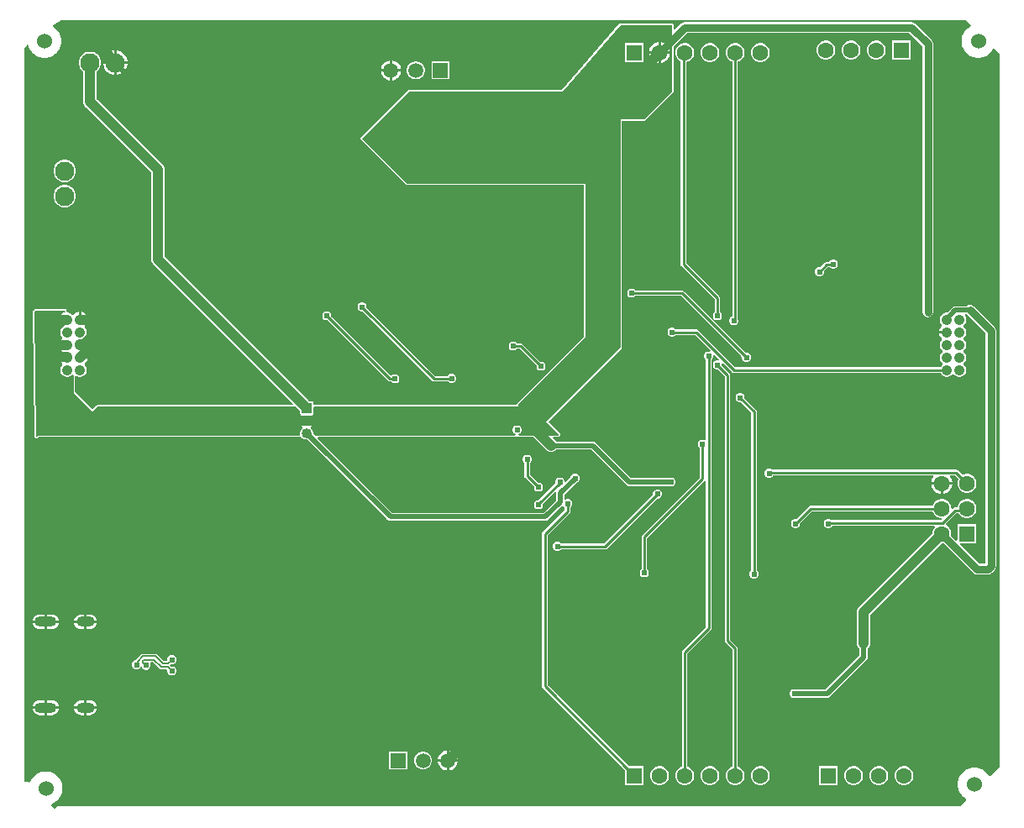
<source format=gbl>
G04*
G04 #@! TF.GenerationSoftware,Altium Limited,Altium Designer,25.5.2 (35)*
G04*
G04 Layer_Physical_Order=2*
G04 Layer_Color=16711680*
%FSLAX25Y25*%
%MOIN*%
G70*
G04*
G04 #@! TF.SameCoordinates,D66E9047-1B96-4A49-AC18-2C29B9855DE9*
G04*
G04*
G04 #@! TF.FilePolarity,Positive*
G04*
G01*
G75*
%ADD12C,0.01000*%
G04:AMPARAMS|DCode=59|XSize=39.37mil|YSize=70.87mil|CornerRadius=19.68mil|HoleSize=0mil|Usage=FLASHONLY|Rotation=270.000|XOffset=0mil|YOffset=0mil|HoleType=Round|Shape=RoundedRectangle|*
%AMROUNDEDRECTD59*
21,1,0.03937,0.03150,0,0,270.0*
21,1,0.00000,0.07087,0,0,270.0*
1,1,0.03937,-0.01575,0.00000*
1,1,0.03937,-0.01575,0.00000*
1,1,0.03937,0.01575,0.00000*
1,1,0.03937,0.01575,0.00000*
%
%ADD59ROUNDEDRECTD59*%
G04:AMPARAMS|DCode=60|XSize=39.37mil|YSize=86.61mil|CornerRadius=19.68mil|HoleSize=0mil|Usage=FLASHONLY|Rotation=270.000|XOffset=0mil|YOffset=0mil|HoleType=Round|Shape=RoundedRectangle|*
%AMROUNDEDRECTD60*
21,1,0.03937,0.04724,0,0,270.0*
21,1,0.00000,0.08661,0,0,270.0*
1,1,0.03937,-0.02362,0.00000*
1,1,0.03937,-0.02362,0.00000*
1,1,0.03937,0.02362,0.00000*
1,1,0.03937,0.02362,0.00000*
%
%ADD60ROUNDEDRECTD60*%
%ADD64C,0.04000*%
%ADD65C,0.03000*%
%ADD66C,0.00623*%
%ADD67C,0.02000*%
%ADD69C,0.05000*%
%ADD70C,0.06000*%
%ADD71C,0.06299*%
%ADD72R,0.06299X0.06299*%
%ADD73R,0.05937X0.05937*%
%ADD74C,0.05937*%
%ADD75C,0.07677*%
%ADD76C,0.06319*%
%ADD77R,0.06319X0.06319*%
%ADD78C,0.04213*%
%ADD79R,0.04000X0.04000*%
%ADD80C,0.04000*%
%ADD81C,0.02400*%
G36*
X376605Y311895D02*
X376508Y311404D01*
X376374Y311349D01*
X375293Y310627D01*
X374374Y309707D01*
X373651Y308626D01*
X373154Y307425D01*
X372900Y306150D01*
Y304850D01*
X373154Y303575D01*
X373651Y302374D01*
X374374Y301293D01*
X375293Y300374D01*
X376374Y299651D01*
X377575Y299154D01*
X378850Y298900D01*
X380150D01*
X381425Y299154D01*
X382626Y299651D01*
X383707Y300374D01*
X384627Y301293D01*
X385349Y302374D01*
X385404Y302508D01*
X385895Y302605D01*
X388000Y300500D01*
Y17500D01*
X384288Y13788D01*
X383677Y13884D01*
X383126Y14707D01*
X382207Y15627D01*
X381126Y16349D01*
X379925Y16846D01*
X378650Y17100D01*
X377350D01*
X376075Y16846D01*
X374874Y16349D01*
X373793Y15627D01*
X372873Y14707D01*
X372151Y13626D01*
X371654Y12425D01*
X371400Y11150D01*
Y9850D01*
X371654Y8575D01*
X372151Y7374D01*
X372873Y6293D01*
X373793Y5373D01*
X374616Y4823D01*
X374712Y4212D01*
X372500Y2000D01*
X14000D01*
X13000Y1000D01*
X11752Y2248D01*
X11869Y2838D01*
X12626Y3151D01*
X13707Y3873D01*
X14627Y4793D01*
X15349Y5874D01*
X15846Y7075D01*
X16100Y8350D01*
Y9650D01*
X15846Y10925D01*
X15349Y12126D01*
X14627Y13207D01*
X13707Y14127D01*
X12626Y14849D01*
X11425Y15346D01*
X10150Y15600D01*
X8850D01*
X7575Y15346D01*
X6374Y14849D01*
X5293Y14127D01*
X4373Y13207D01*
X3651Y12126D01*
X3338Y11369D01*
X2748Y11252D01*
X2500Y11500D01*
X1000D01*
Y303000D01*
X2000Y304000D01*
X2121Y304089D01*
X2587Y303909D01*
X2654Y303575D01*
X3151Y302374D01*
X3873Y301293D01*
X4793Y300374D01*
X5874Y299651D01*
X7075Y299154D01*
X8350Y298900D01*
X9650D01*
X10925Y299154D01*
X12126Y299651D01*
X13207Y300374D01*
X14127Y301293D01*
X14849Y302374D01*
X15346Y303575D01*
X15600Y304850D01*
Y306150D01*
X15346Y307425D01*
X14849Y308626D01*
X14127Y309707D01*
X13207Y310627D01*
X12460Y311126D01*
X12445Y311737D01*
X15500Y314000D01*
X374500D01*
X376605Y311895D01*
D02*
G37*
%LPC*%
G36*
X353000Y313141D02*
X263000D01*
X262181Y312978D01*
X261486Y312514D01*
X259111Y310139D01*
X258649Y310331D01*
Y312000D01*
X258459Y312459D01*
X258000Y312649D01*
X237500D01*
X237477Y312640D01*
X237454Y312648D01*
X237251Y312546D01*
X237041Y312459D01*
X237031Y312437D01*
X237010Y312426D01*
X214204Y286149D01*
X153500D01*
X153041Y285959D01*
X134541Y267459D01*
X134351Y267000D01*
X134541Y266541D01*
X152541Y248541D01*
X153000Y248351D01*
X222851D01*
Y188269D01*
X196541Y161959D01*
X196351Y161500D01*
Y161149D01*
X115943D01*
X115659Y161439D01*
X115600Y161563D01*
Y162600D01*
X114109D01*
X56622Y220086D01*
Y254500D01*
X56622Y254500D01*
X56533Y255179D01*
X56271Y255811D01*
X55854Y256354D01*
X55854Y256354D01*
X29622Y282586D01*
Y293389D01*
X29725Y293448D01*
X30552Y294275D01*
X31136Y295287D01*
X31439Y296416D01*
Y297584D01*
X31136Y298713D01*
X30552Y299725D01*
X29725Y300552D01*
X28713Y301136D01*
X27584Y301439D01*
X26416D01*
X25287Y301136D01*
X24275Y300552D01*
X23448Y299725D01*
X22864Y298713D01*
X22561Y297584D01*
Y296416D01*
X22864Y295287D01*
X23448Y294275D01*
X24275Y293448D01*
X24378Y293389D01*
Y281500D01*
X24377Y281500D01*
X24467Y280821D01*
X24729Y280189D01*
X25146Y279646D01*
X51378Y253414D01*
Y219000D01*
X51377Y219000D01*
X51467Y218321D01*
X51729Y217689D01*
X52146Y217146D01*
X107680Y161611D01*
X107489Y161149D01*
X30000D01*
X29541Y160959D01*
X28000Y159418D01*
X21149Y166269D01*
Y172366D01*
X21649Y172655D01*
X21955Y172478D01*
X22644Y172294D01*
X23356D01*
X24045Y172478D01*
X24662Y172834D01*
X25166Y173338D01*
X25522Y173955D01*
X25706Y174644D01*
Y175356D01*
X25522Y176045D01*
X25166Y176662D01*
X24896Y176931D01*
X24907Y177500D01*
X24946Y177553D01*
X25486Y178093D01*
X25895Y178801D01*
X26082Y179500D01*
X23000D01*
Y180500D01*
X26082D01*
X25895Y181199D01*
X25486Y181907D01*
X25224Y182169D01*
X24920Y182500D01*
X25224Y182831D01*
X25486Y183093D01*
X25895Y183801D01*
X26082Y184500D01*
X23000D01*
Y185500D01*
X26082D01*
X25895Y186199D01*
X25486Y186907D01*
X24946Y187447D01*
X24907Y187500D01*
X24896Y188069D01*
X25166Y188338D01*
X25522Y188955D01*
X25706Y189644D01*
Y190356D01*
X25522Y191045D01*
X25166Y191662D01*
X24896Y191931D01*
X24907Y192500D01*
X24946Y192553D01*
X25486Y193093D01*
X25895Y193801D01*
X26082Y194500D01*
X23000D01*
Y195000D01*
X22500D01*
Y198082D01*
X21801Y197895D01*
X21093Y197486D01*
X20553Y196946D01*
X20500Y196907D01*
X19931Y196897D01*
X19662Y197166D01*
X19045Y197522D01*
X18356Y197706D01*
X18231D01*
X17838Y198085D01*
X17772Y198585D01*
X17668Y198766D01*
X17588Y198959D01*
X17546Y198976D01*
X17524Y199015D01*
X17322Y199069D01*
X17129Y199149D01*
X5355D01*
X5354Y199149D01*
X5352Y199149D01*
X5124Y199054D01*
X4896Y198959D01*
X4895Y198958D01*
X4894Y198957D01*
X4542Y198602D01*
X4541Y198600D01*
X4540Y198599D01*
X4448Y198371D01*
X4354Y198142D01*
X4355Y198140D01*
X4354Y198138D01*
X4844Y148639D01*
X4894Y148522D01*
X4895Y148394D01*
X4988Y148302D01*
X5039Y148182D01*
X5157Y148134D01*
X5248Y148044D01*
X5711Y147855D01*
X5839Y147856D01*
X5957Y147807D01*
X6077Y147857D01*
X6208Y147858D01*
X6298Y147948D01*
X6416Y147997D01*
X6769Y148351D01*
X110166D01*
X110207Y148368D01*
X110250Y148356D01*
X110432Y148461D01*
X110625Y148541D01*
X111026Y148296D01*
X111043Y148280D01*
X111404Y147919D01*
X111996Y147577D01*
X112658Y147400D01*
X113293D01*
X145147Y115547D01*
X145676Y115193D01*
X146300Y115069D01*
X207660D01*
X208284Y115193D01*
X208813Y115547D01*
X214378Y121112D01*
X214968Y120994D01*
X214974Y120980D01*
X215378Y120576D01*
Y119465D01*
X206707Y110793D01*
X206464Y110429D01*
X206378Y110000D01*
X206379Y110000D01*
Y49500D01*
X206378Y49500D01*
X206464Y49071D01*
X206707Y48707D01*
X239250Y16163D01*
Y10250D01*
X246750D01*
Y17750D01*
X240837D01*
X208622Y49965D01*
Y109535D01*
X217293Y118207D01*
X217293Y118207D01*
X217536Y118571D01*
X217621Y119000D01*
Y120576D01*
X218026Y120980D01*
X218300Y121642D01*
Y122358D01*
X218026Y123020D01*
X217520Y123526D01*
X216858Y123800D01*
X216142D01*
X215673Y123606D01*
X215173Y123872D01*
Y125366D01*
X220112Y130305D01*
X220520Y130474D01*
X221026Y130980D01*
X221300Y131642D01*
Y132358D01*
X221026Y133020D01*
X220520Y133526D01*
X219858Y133800D01*
X219142D01*
X218480Y133526D01*
X217974Y133020D01*
X217805Y132613D01*
X215800Y130607D01*
X215300Y130814D01*
Y130858D01*
X215026Y131520D01*
X214520Y132026D01*
X213858Y132300D01*
X213142D01*
X212480Y132026D01*
X211974Y131520D01*
X211700Y130858D01*
Y130142D01*
X211731Y130067D01*
X204964Y123300D01*
X204642D01*
X203980Y123026D01*
X203474Y122520D01*
X203200Y121858D01*
Y121142D01*
X203474Y120480D01*
X203980Y119974D01*
X204642Y119700D01*
X205358D01*
X206020Y119974D01*
X206526Y120480D01*
X206800Y121142D01*
Y121858D01*
X206769Y121933D01*
X211530Y126694D01*
X211991Y126448D01*
X211910Y126042D01*
Y123258D01*
X206984Y118331D01*
X146976D01*
X117419Y147889D01*
X117610Y148351D01*
X195801D01*
X195976Y148423D01*
X196162Y148460D01*
X196199Y148515D01*
X196207Y148519D01*
X196383Y148541D01*
X196740D01*
X196838Y148460D01*
X197024Y148423D01*
X197199Y148351D01*
X202941D01*
X208146Y143146D01*
X208689Y142729D01*
X209321Y142467D01*
X210000Y142377D01*
X210679Y142467D01*
X211311Y142729D01*
X211854Y143146D01*
X212025Y143369D01*
X225824D01*
X239846Y129347D01*
X240376Y128993D01*
X241000Y128869D01*
X256735D01*
X257142Y128700D01*
X257858D01*
X258520Y128974D01*
X259026Y129480D01*
X259300Y130142D01*
Y130858D01*
X259026Y131520D01*
X258520Y132026D01*
X257858Y132300D01*
X257142D01*
X256735Y132131D01*
X241676D01*
X227654Y146153D01*
X227124Y146507D01*
X226500Y146631D01*
X212025D01*
X211854Y146854D01*
X210820Y147889D01*
X211011Y148351D01*
X212847D01*
X212966Y148400D01*
X213095D01*
X213187Y148491D01*
X213306Y148541D01*
X213355Y148660D01*
X213447Y148751D01*
X213638Y149213D01*
Y149343D01*
X213687Y149462D01*
X213638Y149581D01*
Y149711D01*
X213547Y149802D01*
X213497Y149921D01*
X208918Y154500D01*
X237959Y183541D01*
X238149Y184000D01*
Y273851D01*
X247000D01*
X247459Y274041D01*
X258459Y285041D01*
X258649Y285500D01*
Y303621D01*
X263887Y308859D01*
X352113D01*
X357359Y303613D01*
Y198000D01*
X357522Y197181D01*
X357986Y196486D01*
X358681Y196022D01*
X359500Y195859D01*
X360319Y196022D01*
X361014Y196486D01*
X361478Y197181D01*
X361641Y198000D01*
Y304500D01*
X361478Y305319D01*
X361014Y306014D01*
X354514Y312514D01*
X353819Y312978D01*
X353000Y313141D01*
D02*
G37*
G36*
X352750Y305750D02*
X345250D01*
Y298250D01*
X352750D01*
Y305750D01*
D02*
G37*
G36*
X339494D02*
X338506D01*
X337553Y305494D01*
X336698Y305000D01*
X336000Y304302D01*
X335506Y303447D01*
X335250Y302494D01*
Y301506D01*
X335506Y300553D01*
X336000Y299698D01*
X336698Y299000D01*
X337553Y298506D01*
X338506Y298250D01*
X339494D01*
X340447Y298506D01*
X341302Y299000D01*
X342000Y299698D01*
X342494Y300553D01*
X342750Y301506D01*
Y302494D01*
X342494Y303447D01*
X342000Y304302D01*
X341302Y305000D01*
X340447Y305494D01*
X339494Y305750D01*
D02*
G37*
G36*
X329494D02*
X328506D01*
X327553Y305494D01*
X326698Y305000D01*
X326000Y304302D01*
X325506Y303447D01*
X325250Y302494D01*
Y301506D01*
X325506Y300553D01*
X326000Y299698D01*
X326698Y299000D01*
X327553Y298506D01*
X328506Y298250D01*
X329494D01*
X330447Y298506D01*
X331302Y299000D01*
X332000Y299698D01*
X332494Y300553D01*
X332750Y301506D01*
Y302494D01*
X332494Y303447D01*
X332000Y304302D01*
X331302Y305000D01*
X330447Y305494D01*
X329494Y305750D01*
D02*
G37*
G36*
X319494D02*
X318506D01*
X317553Y305494D01*
X316698Y305000D01*
X316000Y304302D01*
X315506Y303447D01*
X315250Y302494D01*
Y301506D01*
X315506Y300553D01*
X316000Y299698D01*
X316698Y299000D01*
X317553Y298506D01*
X318506Y298250D01*
X319494D01*
X320447Y298506D01*
X321302Y299000D01*
X322000Y299698D01*
X322494Y300553D01*
X322750Y301506D01*
Y302494D01*
X322494Y303447D01*
X322000Y304302D01*
X321302Y305000D01*
X320447Y305494D01*
X319494Y305750D01*
D02*
G37*
G36*
X37637Y301839D02*
X37500D01*
Y297500D01*
X41839D01*
Y297637D01*
X41509Y298868D01*
X40872Y299971D01*
X39971Y300872D01*
X38868Y301509D01*
X37637Y301839D01*
D02*
G37*
G36*
X36500D02*
X36363D01*
X35132Y301509D01*
X34029Y300872D01*
X33128Y299971D01*
X32491Y298868D01*
X32161Y297637D01*
Y297500D01*
X36500D01*
Y301839D01*
D02*
G37*
G36*
X293494Y304750D02*
X292506D01*
X291553Y304494D01*
X290698Y304000D01*
X290000Y303302D01*
X289506Y302447D01*
X289250Y301494D01*
Y300506D01*
X289506Y299553D01*
X290000Y298698D01*
X290698Y298000D01*
X291553Y297506D01*
X292506Y297250D01*
X293494D01*
X294447Y297506D01*
X295302Y298000D01*
X296000Y298698D01*
X296494Y299553D01*
X296750Y300506D01*
Y301494D01*
X296494Y302447D01*
X296000Y303302D01*
X295302Y304000D01*
X294447Y304494D01*
X293494Y304750D01*
D02*
G37*
G36*
X273494D02*
X272506D01*
X271553Y304494D01*
X270698Y304000D01*
X270000Y303302D01*
X269506Y302447D01*
X269250Y301494D01*
Y300506D01*
X269506Y299553D01*
X270000Y298698D01*
X270698Y298000D01*
X271553Y297506D01*
X272506Y297250D01*
X273494D01*
X274447Y297506D01*
X275302Y298000D01*
X276000Y298698D01*
X276494Y299553D01*
X276750Y300506D01*
Y301494D01*
X276494Y302447D01*
X276000Y303302D01*
X275302Y304000D01*
X274447Y304494D01*
X273494Y304750D01*
D02*
G37*
G36*
X146983Y297902D02*
X146961D01*
Y294433D01*
X150429D01*
Y294456D01*
X150159Y295465D01*
X149636Y296370D01*
X148897Y297109D01*
X147992Y297631D01*
X146983Y297902D01*
D02*
G37*
G36*
X145961D02*
X145938D01*
X144929Y297631D01*
X144024Y297109D01*
X143285Y296370D01*
X142763Y295465D01*
X142492Y294456D01*
Y294433D01*
X145961D01*
Y297902D01*
D02*
G37*
G36*
X41839Y296500D02*
X37500D01*
Y292161D01*
X37637D01*
X38868Y292491D01*
X39971Y293128D01*
X40872Y294029D01*
X41509Y295132D01*
X41839Y296363D01*
Y296500D01*
D02*
G37*
G36*
X36500D02*
X32161D01*
Y296363D01*
X32491Y295132D01*
X33128Y294029D01*
X34029Y293128D01*
X35132Y292491D01*
X36363Y292161D01*
X36500D01*
Y296500D01*
D02*
G37*
G36*
X169714Y297502D02*
X162577D01*
Y290365D01*
X169714D01*
Y297502D01*
D02*
G37*
G36*
X156773D02*
X155833D01*
X154926Y297258D01*
X154112Y296789D01*
X153448Y296124D01*
X152978Y295310D01*
X152735Y294403D01*
Y293463D01*
X152978Y292556D01*
X153448Y291742D01*
X154112Y291078D01*
X154926Y290608D01*
X155833Y290365D01*
X156773D01*
X157680Y290608D01*
X158494Y291078D01*
X159159Y291742D01*
X159628Y292556D01*
X159872Y293463D01*
Y294403D01*
X159628Y295310D01*
X159159Y296124D01*
X158494Y296789D01*
X157680Y297258D01*
X156773Y297502D01*
D02*
G37*
G36*
X150429Y293433D02*
X146961D01*
Y289965D01*
X146983D01*
X147992Y290235D01*
X148897Y290757D01*
X149636Y291496D01*
X150159Y292401D01*
X150429Y293411D01*
Y293433D01*
D02*
G37*
G36*
X145961D02*
X142492D01*
Y293411D01*
X142763Y292401D01*
X143285Y291496D01*
X144024Y290757D01*
X144929Y290235D01*
X145938Y289965D01*
X145961D01*
Y293433D01*
D02*
G37*
G36*
X17584Y258439D02*
X16416D01*
X15287Y258136D01*
X14275Y257552D01*
X13448Y256725D01*
X12864Y255713D01*
X12561Y254584D01*
Y253416D01*
X12864Y252287D01*
X13448Y251275D01*
X14275Y250448D01*
X15287Y249864D01*
X16416Y249561D01*
X17584D01*
X18713Y249864D01*
X19725Y250448D01*
X20552Y251275D01*
X21136Y252287D01*
X21439Y253416D01*
Y254584D01*
X21136Y255713D01*
X20552Y256725D01*
X19725Y257552D01*
X18713Y258136D01*
X17584Y258439D01*
D02*
G37*
G36*
Y248439D02*
X16416D01*
X15287Y248136D01*
X14275Y247552D01*
X13448Y246725D01*
X12864Y245713D01*
X12561Y244584D01*
Y243416D01*
X12864Y242287D01*
X13448Y241275D01*
X14275Y240448D01*
X15287Y239864D01*
X16416Y239561D01*
X17584D01*
X18713Y239864D01*
X19725Y240448D01*
X20552Y241275D01*
X21136Y242287D01*
X21439Y243416D01*
Y244584D01*
X21136Y245713D01*
X20552Y246725D01*
X19725Y247552D01*
X18713Y248136D01*
X17584Y248439D01*
D02*
G37*
G36*
X322358Y218800D02*
X321642D01*
X320980Y218526D01*
X320474Y218020D01*
X320433Y217921D01*
X319300D01*
X319300Y217922D01*
X318871Y217836D01*
X318507Y217593D01*
X318507Y217593D01*
X316714Y215800D01*
X316142D01*
X315480Y215526D01*
X314974Y215020D01*
X314700Y214358D01*
Y213642D01*
X314974Y212980D01*
X315480Y212474D01*
X316142Y212200D01*
X316858D01*
X317520Y212474D01*
X318026Y212980D01*
X318300Y213642D01*
Y214214D01*
X319765Y215679D01*
X320776D01*
X320980Y215474D01*
X321642Y215200D01*
X322358D01*
X323020Y215474D01*
X323526Y215980D01*
X323800Y216642D01*
Y217358D01*
X323526Y218020D01*
X323020Y218526D01*
X322358Y218800D01*
D02*
G37*
G36*
X23500Y198082D02*
Y195500D01*
X26082D01*
X25895Y196199D01*
X25486Y196907D01*
X24907Y197486D01*
X24199Y197895D01*
X23500Y198082D01*
D02*
G37*
G36*
X263494Y304750D02*
X262506D01*
X261553Y304494D01*
X260698Y304000D01*
X260000Y303302D01*
X259506Y302447D01*
X259250Y301494D01*
Y300506D01*
X259506Y299553D01*
X260000Y298698D01*
X260698Y298000D01*
X261379Y297606D01*
Y217000D01*
X261378Y217000D01*
X261464Y216571D01*
X261707Y216207D01*
X274879Y203035D01*
Y197924D01*
X274474Y197520D01*
X274200Y196858D01*
Y196142D01*
X274474Y195480D01*
X274980Y194974D01*
X275642Y194700D01*
X276358D01*
X277020Y194974D01*
X277526Y195480D01*
X277800Y196142D01*
Y196858D01*
X277526Y197520D01*
X277121Y197924D01*
Y203500D01*
X277036Y203929D01*
X276793Y204293D01*
X276793Y204293D01*
X263621Y217465D01*
Y297285D01*
X264447Y297506D01*
X265302Y298000D01*
X266000Y298698D01*
X266494Y299553D01*
X266750Y300506D01*
Y301494D01*
X266494Y302447D01*
X266000Y303302D01*
X265302Y304000D01*
X264447Y304494D01*
X263494Y304750D01*
D02*
G37*
G36*
X283494D02*
X282506D01*
X281553Y304494D01*
X280698Y304000D01*
X280000Y303302D01*
X279506Y302447D01*
X279250Y301494D01*
Y300506D01*
X279506Y299553D01*
X280000Y298698D01*
X280698Y298000D01*
X281553Y297506D01*
X281878Y297419D01*
Y196191D01*
X281480Y196026D01*
X280974Y195520D01*
X280700Y194858D01*
Y194142D01*
X280974Y193480D01*
X281480Y192974D01*
X282142Y192700D01*
X282858D01*
X283520Y192974D01*
X284026Y193480D01*
X284300Y194142D01*
Y194858D01*
X284109Y195318D01*
X284122Y195379D01*
X284121Y195379D01*
Y297419D01*
X284447Y297506D01*
X285302Y298000D01*
X286000Y298698D01*
X286494Y299553D01*
X286750Y300506D01*
Y301494D01*
X286494Y302447D01*
X286000Y303302D01*
X285302Y304000D01*
X284447Y304494D01*
X283494Y304750D01*
D02*
G37*
G36*
X242358Y207300D02*
X241642D01*
X240980Y207026D01*
X240474Y206520D01*
X240200Y205858D01*
Y205142D01*
X240474Y204480D01*
X240980Y203974D01*
X241642Y203700D01*
X242358D01*
X243020Y203974D01*
X243424Y204378D01*
X261535D01*
X285700Y180214D01*
Y179642D01*
X285974Y178980D01*
X286480Y178474D01*
X287142Y178200D01*
X287858D01*
X288520Y178474D01*
X289026Y178980D01*
X289300Y179642D01*
Y180358D01*
X289026Y181020D01*
X288520Y181526D01*
X287858Y181800D01*
X287286D01*
X262793Y206293D01*
X262429Y206536D01*
X262000Y206622D01*
X262000Y206622D01*
X243424D01*
X243020Y207026D01*
X242358Y207300D01*
D02*
G37*
G36*
X195358Y186300D02*
X194642D01*
X193980Y186026D01*
X193474Y185520D01*
X193200Y184858D01*
Y184142D01*
X193474Y183480D01*
X193980Y182974D01*
X194642Y182700D01*
X195358D01*
X196020Y182974D01*
X196424Y183378D01*
X197535D01*
X204200Y176714D01*
Y176142D01*
X204474Y175480D01*
X204980Y174974D01*
X205642Y174700D01*
X206358D01*
X207020Y174974D01*
X207526Y175480D01*
X207800Y176142D01*
Y176858D01*
X207526Y177520D01*
X207020Y178026D01*
X206358Y178300D01*
X205786D01*
X198793Y185293D01*
X198429Y185536D01*
X198000Y185622D01*
X198000Y185622D01*
X196424D01*
X196020Y186026D01*
X195358Y186300D01*
D02*
G37*
G36*
X135358Y201800D02*
X134642D01*
X133980Y201526D01*
X133474Y201020D01*
X133200Y200358D01*
Y199642D01*
X133474Y198980D01*
X133980Y198474D01*
X134642Y198200D01*
X135214D01*
X162707Y170707D01*
X162707Y170707D01*
X163071Y170464D01*
X163500Y170378D01*
X163500Y170378D01*
X169176D01*
X169480Y170074D01*
X170142Y169800D01*
X170858D01*
X171520Y170074D01*
X172026Y170580D01*
X172300Y171242D01*
Y171958D01*
X172026Y172620D01*
X171520Y173126D01*
X170858Y173400D01*
X170142D01*
X169480Y173126D01*
X168976Y172622D01*
X163965D01*
X136800Y199786D01*
Y200358D01*
X136526Y201020D01*
X136020Y201526D01*
X135358Y201800D01*
D02*
G37*
G36*
X121358Y198300D02*
X120642D01*
X119980Y198026D01*
X119474Y197520D01*
X119200Y196858D01*
Y196142D01*
X119474Y195480D01*
X119980Y194974D01*
X120642Y194700D01*
X121214D01*
X145207Y170707D01*
X145207Y170707D01*
X145571Y170464D01*
X146000Y170378D01*
X146000Y170378D01*
X146576D01*
X146980Y169974D01*
X147642Y169700D01*
X148358D01*
X149020Y169974D01*
X149526Y170480D01*
X149800Y171142D01*
Y171858D01*
X149526Y172520D01*
X149020Y173026D01*
X148358Y173300D01*
X147642D01*
X146980Y173026D01*
X146851Y172896D01*
X146190D01*
X122800Y196286D01*
Y196858D01*
X122526Y197520D01*
X122020Y198026D01*
X121358Y198300D01*
D02*
G37*
G36*
X200858Y141300D02*
X200142D01*
X199480Y141026D01*
X198974Y140520D01*
X198700Y139858D01*
Y139142D01*
X198974Y138480D01*
X199378Y138076D01*
Y133000D01*
X199378Y133000D01*
X199464Y132571D01*
X199707Y132207D01*
X203200Y128714D01*
Y128142D01*
X203474Y127480D01*
X203980Y126974D01*
X204642Y126700D01*
X205358D01*
X206020Y126974D01*
X206526Y127480D01*
X206800Y128142D01*
Y128858D01*
X206526Y129520D01*
X206020Y130026D01*
X205358Y130300D01*
X204786D01*
X201622Y133465D01*
Y138076D01*
X202026Y138480D01*
X202300Y139142D01*
Y139858D01*
X202026Y140520D01*
X201520Y141026D01*
X200858Y141300D01*
D02*
G37*
G36*
X296858Y135800D02*
X296142D01*
X295480Y135526D01*
X294974Y135020D01*
X294700Y134358D01*
Y133642D01*
X294974Y132980D01*
X295480Y132474D01*
X296142Y132200D01*
X296858D01*
X297520Y132474D01*
X298026Y132980D01*
X298091Y133138D01*
X361602D01*
X361794Y132676D01*
X361672Y132554D01*
X361124Y131606D01*
X360841Y130548D01*
Y130500D01*
X365000D01*
X369160D01*
Y130548D01*
X368876Y131606D01*
X368328Y132554D01*
X368206Y132676D01*
X368398Y133138D01*
X370276D01*
X371667Y131747D01*
X371497Y131451D01*
X371240Y130495D01*
Y129505D01*
X371497Y128549D01*
X371992Y127692D01*
X372692Y126992D01*
X373549Y126497D01*
X374505Y126241D01*
X375495D01*
X376451Y126497D01*
X377308Y126992D01*
X378008Y127692D01*
X378503Y128549D01*
X378760Y129505D01*
Y130495D01*
X378503Y131451D01*
X378008Y132308D01*
X377308Y133008D01*
X376451Y133503D01*
X375495Y133759D01*
X374505D01*
X373549Y133503D01*
X373253Y133333D01*
X371534Y135053D01*
X371170Y135296D01*
X370741Y135381D01*
X370741Y135381D01*
X297665D01*
X297520Y135526D01*
X296858Y135800D01*
D02*
G37*
G36*
X369160Y129500D02*
X365500D01*
Y125841D01*
X365548D01*
X366605Y126124D01*
X367554Y126672D01*
X368328Y127446D01*
X368876Y128394D01*
X369160Y129452D01*
Y129500D01*
D02*
G37*
G36*
X364500D02*
X360841D01*
Y129452D01*
X361124Y128394D01*
X361672Y127446D01*
X362446Y126672D01*
X363394Y126124D01*
X364452Y125841D01*
X364500D01*
Y129500D01*
D02*
G37*
G36*
X376294Y200847D02*
X375474Y200684D01*
X374955Y200338D01*
X370465D01*
X369841Y200214D01*
X369311Y199860D01*
X367158Y197706D01*
X366644D01*
X365955Y197522D01*
X365338Y197166D01*
X364834Y196662D01*
X364478Y196045D01*
X364294Y195356D01*
Y194644D01*
X364478Y193955D01*
X364834Y193338D01*
X365104Y193069D01*
X365093Y192500D01*
X365054Y192447D01*
X364514Y191907D01*
X364105Y191199D01*
X363918Y190500D01*
X367000D01*
Y189500D01*
X363918D01*
X364105Y188801D01*
X364514Y188093D01*
X365054Y187553D01*
X365093Y187500D01*
X365104Y186931D01*
X364834Y186662D01*
X364478Y186045D01*
X364294Y185356D01*
Y184644D01*
X364478Y183955D01*
X364834Y183338D01*
X365338Y182834D01*
X365484Y182750D01*
Y182250D01*
X365338Y182166D01*
X364834Y181662D01*
X364478Y181045D01*
X364294Y180356D01*
Y179644D01*
X364478Y178955D01*
X364834Y178338D01*
X365338Y177834D01*
X365484Y177750D01*
Y177250D01*
X365338Y177166D01*
X364834Y176662D01*
X364523Y176122D01*
X282965D01*
X268293Y190793D01*
X267929Y191036D01*
X267500Y191122D01*
X267500Y191122D01*
X259424D01*
X259020Y191526D01*
X258358Y191800D01*
X257642D01*
X256980Y191526D01*
X256474Y191020D01*
X256200Y190358D01*
Y189642D01*
X256474Y188980D01*
X256980Y188474D01*
X257642Y188200D01*
X258358D01*
X259020Y188474D01*
X259424Y188878D01*
X267035D01*
X273224Y182689D01*
X272941Y182265D01*
X272858Y182300D01*
X272142D01*
X271480Y182026D01*
X270974Y181520D01*
X270700Y180858D01*
Y180142D01*
X270974Y179480D01*
X271378Y179076D01*
Y147320D01*
X270878Y147084D01*
X270358Y147300D01*
X269642D01*
X268980Y147026D01*
X268474Y146520D01*
X268200Y145858D01*
Y145142D01*
X268474Y144480D01*
X268879Y144076D01*
Y132154D01*
X246207Y109483D01*
X245964Y109119D01*
X245878Y108689D01*
X245879Y108689D01*
Y95924D01*
X245474Y95520D01*
X245200Y94858D01*
Y94142D01*
X245474Y93480D01*
X245980Y92974D01*
X246642Y92700D01*
X247358D01*
X248020Y92974D01*
X248526Y93480D01*
X248800Y94142D01*
Y94858D01*
X248526Y95520D01*
X248122Y95924D01*
Y108225D01*
X270793Y130896D01*
X270793Y130896D01*
X270879Y131024D01*
X271378Y130872D01*
Y72965D01*
X262207Y63793D01*
X261964Y63429D01*
X261878Y63000D01*
X261878Y63000D01*
Y17581D01*
X261553Y17494D01*
X260698Y17000D01*
X260000Y16302D01*
X259506Y15447D01*
X259250Y14494D01*
Y13506D01*
X259506Y12553D01*
X260000Y11698D01*
X260698Y11000D01*
X261553Y10506D01*
X262506Y10250D01*
X263494D01*
X264447Y10506D01*
X265302Y11000D01*
X266000Y11698D01*
X266494Y12553D01*
X266750Y13506D01*
Y14494D01*
X266494Y15447D01*
X266000Y16302D01*
X265302Y17000D01*
X264447Y17494D01*
X264122Y17581D01*
Y62535D01*
X273293Y71707D01*
X273293Y71707D01*
X273536Y72071D01*
X273622Y72500D01*
X273622Y72500D01*
Y179076D01*
X274026Y179480D01*
X274300Y180142D01*
Y180858D01*
X274266Y180941D01*
X274689Y181225D01*
X276725Y179189D01*
X276441Y178765D01*
X276358Y178800D01*
X275642D01*
X274980Y178526D01*
X274474Y178020D01*
X274200Y177358D01*
Y176642D01*
X274474Y175980D01*
X274980Y175474D01*
X275642Y175200D01*
X276214D01*
X278878Y172535D01*
Y67500D01*
X278878Y67500D01*
X278964Y67071D01*
X279207Y66707D01*
X281878Y64035D01*
Y17581D01*
X281553Y17494D01*
X280698Y17000D01*
X280000Y16302D01*
X279506Y15447D01*
X279250Y14494D01*
Y13506D01*
X279506Y12553D01*
X280000Y11698D01*
X280698Y11000D01*
X281553Y10506D01*
X282506Y10250D01*
X283494D01*
X284447Y10506D01*
X285302Y11000D01*
X286000Y11698D01*
X286494Y12553D01*
X286750Y13506D01*
Y14494D01*
X286494Y15447D01*
X286000Y16302D01*
X285302Y17000D01*
X284447Y17494D01*
X284121Y17581D01*
Y64500D01*
X284122Y64500D01*
X284036Y64929D01*
X283793Y65293D01*
X281121Y67965D01*
Y173000D01*
X281036Y173429D01*
X280793Y173793D01*
X280793Y173793D01*
X277800Y176786D01*
Y177358D01*
X277765Y177441D01*
X278189Y177725D01*
X281707Y174207D01*
X281707Y174207D01*
X282071Y173964D01*
X282500Y173878D01*
X364523D01*
X364834Y173338D01*
X365338Y172834D01*
X365955Y172478D01*
X366644Y172294D01*
X367356D01*
X368045Y172478D01*
X368662Y172834D01*
X369166Y173338D01*
X369250Y173485D01*
X369750D01*
X369834Y173338D01*
X370338Y172834D01*
X370955Y172478D01*
X371644Y172294D01*
X372356D01*
X373045Y172478D01*
X373662Y172834D01*
X374166Y173338D01*
X374522Y173955D01*
X374706Y174644D01*
Y175356D01*
X374522Y176045D01*
X374166Y176662D01*
X373662Y177166D01*
X373516Y177250D01*
Y177750D01*
X373662Y177834D01*
X374166Y178338D01*
X374522Y178955D01*
X374706Y179644D01*
Y180356D01*
X374522Y181045D01*
X374166Y181662D01*
X373662Y182166D01*
X373516Y182250D01*
Y182750D01*
X373662Y182834D01*
X374166Y183338D01*
X374522Y183955D01*
X374706Y184644D01*
Y185356D01*
X374522Y186045D01*
X374166Y186662D01*
X373662Y187166D01*
X373516Y187250D01*
Y187750D01*
X373662Y187834D01*
X374166Y188338D01*
X374522Y188955D01*
X374706Y189644D01*
Y190356D01*
X374522Y191045D01*
X374166Y191662D01*
X373662Y192166D01*
X373516Y192250D01*
Y192750D01*
X373662Y192834D01*
X374166Y193338D01*
X374522Y193955D01*
X374706Y194644D01*
Y195356D01*
X374522Y196045D01*
X374216Y196575D01*
X374386Y197075D01*
X374897D01*
X382359Y189613D01*
Y98028D01*
X380000D01*
X372249Y105779D01*
X372441Y106241D01*
X378760D01*
Y113759D01*
X371240D01*
Y107441D01*
X370779Y107249D01*
X368709Y109319D01*
X368759Y109505D01*
Y110495D01*
X368503Y111451D01*
X368008Y112308D01*
X367308Y113008D01*
X366685Y113368D01*
X366564Y113954D01*
X370805Y118195D01*
X371701D01*
X371992Y117692D01*
X372692Y116992D01*
X373549Y116497D01*
X374505Y116241D01*
X375495D01*
X376451Y116497D01*
X377308Y116992D01*
X378008Y117692D01*
X378503Y118549D01*
X378760Y119505D01*
Y120495D01*
X378503Y121451D01*
X378008Y122308D01*
X377308Y123008D01*
X376451Y123503D01*
X375495Y123759D01*
X374505D01*
X373549Y123503D01*
X372692Y123008D01*
X371992Y122308D01*
X371497Y121451D01*
X371240Y120495D01*
Y120438D01*
X370340D01*
X369911Y120353D01*
X369548Y120110D01*
X369548Y120110D01*
X369260Y119822D01*
X368759Y120029D01*
Y120495D01*
X368503Y121451D01*
X368008Y122308D01*
X367308Y123008D01*
X366451Y123503D01*
X365495Y123759D01*
X364505D01*
X363549Y123503D01*
X362692Y123008D01*
X361992Y122308D01*
X361497Y121451D01*
X361408Y121122D01*
X313000D01*
X313000Y121122D01*
X312571Y121036D01*
X312207Y120793D01*
X312207Y120793D01*
X307214Y115800D01*
X306642D01*
X305980Y115526D01*
X305474Y115020D01*
X305200Y114358D01*
Y113642D01*
X305474Y112980D01*
X305980Y112474D01*
X306642Y112200D01*
X307358D01*
X308020Y112474D01*
X308526Y112980D01*
X308800Y113642D01*
Y114214D01*
X313465Y118878D01*
X361408D01*
X361497Y118549D01*
X361992Y117692D01*
X362692Y116992D01*
X363549Y116497D01*
X364505Y116241D01*
X364971D01*
X365178Y115741D01*
X364819Y115381D01*
X321165D01*
X321020Y115526D01*
X320358Y115800D01*
X319642D01*
X318980Y115526D01*
X318474Y115020D01*
X318200Y114358D01*
Y113642D01*
X318474Y112980D01*
X318980Y112474D01*
X319642Y112200D01*
X320358D01*
X321020Y112474D01*
X321526Y112980D01*
X321591Y113138D01*
X362114D01*
X362321Y112638D01*
X361992Y112308D01*
X361497Y111451D01*
X361241Y110495D01*
Y109949D01*
X332146Y80854D01*
X331729Y80311D01*
X331467Y79679D01*
X331378Y79000D01*
X331378Y79000D01*
Y66500D01*
X331467Y65821D01*
X331729Y65189D01*
X332146Y64646D01*
X332369Y64474D01*
Y61676D01*
X318824Y48131D01*
X307265D01*
X306858Y48300D01*
X306142D01*
X305480Y48026D01*
X304974Y47520D01*
X304700Y46858D01*
Y46142D01*
X304974Y45480D01*
X305480Y44974D01*
X306142Y44700D01*
X306858D01*
X307265Y44869D01*
X319500D01*
X320124Y44993D01*
X320654Y45347D01*
X335154Y59847D01*
X335507Y60376D01*
X335631Y61000D01*
Y64474D01*
X335854Y64646D01*
X336271Y65189D01*
X336533Y65821D01*
X336622Y66500D01*
Y77914D01*
X364949Y106241D01*
X365495D01*
X365681Y106290D01*
X377599Y94373D01*
X378294Y93909D01*
X379113Y93746D01*
X383328D01*
X384148Y93909D01*
X384842Y94373D01*
X386014Y95544D01*
X386478Y96239D01*
X386641Y97058D01*
Y190500D01*
X386478Y191319D01*
X386014Y192014D01*
X377808Y200220D01*
X377113Y200684D01*
X376294Y200847D01*
D02*
G37*
G36*
X252590Y127568D02*
X251874D01*
X251213Y127294D01*
X250706Y126787D01*
X250432Y126126D01*
Y125554D01*
X231000Y106122D01*
X213924D01*
X213520Y106526D01*
X212858Y106800D01*
X212142D01*
X211480Y106526D01*
X210974Y106020D01*
X210700Y105358D01*
Y104642D01*
X210974Y103980D01*
X211480Y103474D01*
X212142Y103200D01*
X212858D01*
X213520Y103474D01*
X213924Y103878D01*
X231464D01*
X231464Y103878D01*
X231893Y103964D01*
X232257Y104207D01*
X252018Y123968D01*
X252590D01*
X253252Y124242D01*
X253758Y124748D01*
X254032Y125410D01*
Y126126D01*
X253758Y126787D01*
X253252Y127294D01*
X252590Y127568D01*
D02*
G37*
G36*
X285358Y165800D02*
X284642D01*
X283980Y165526D01*
X283474Y165020D01*
X283200Y164358D01*
Y163642D01*
X283474Y162980D01*
X283980Y162474D01*
X284642Y162200D01*
X285214D01*
X289378Y158035D01*
Y95424D01*
X288974Y95020D01*
X288700Y94358D01*
Y93642D01*
X288974Y92980D01*
X289480Y92474D01*
X290142Y92200D01*
X290858D01*
X291520Y92474D01*
X292026Y92980D01*
X292300Y93642D01*
Y94358D01*
X292026Y95020D01*
X291621Y95424D01*
Y158500D01*
X291536Y158929D01*
X291293Y159293D01*
X291293Y159293D01*
X286800Y163786D01*
Y164358D01*
X286526Y165020D01*
X286020Y165526D01*
X285358Y165800D01*
D02*
G37*
G36*
X26772Y78002D02*
X25697D01*
Y75508D01*
X29700D01*
X29664Y75783D01*
X29365Y76505D01*
X28889Y77125D01*
X28269Y77601D01*
X27547Y77900D01*
X26772Y78002D01*
D02*
G37*
G36*
X11811D02*
X9949D01*
Y75508D01*
X14739D01*
X14703Y75783D01*
X14404Y76505D01*
X13928Y77125D01*
X13308Y77601D01*
X12586Y77900D01*
X11811Y78002D01*
D02*
G37*
G36*
X24697D02*
X23622D01*
X22847Y77900D01*
X22125Y77601D01*
X21505Y77125D01*
X21029Y76505D01*
X20730Y75783D01*
X20694Y75508D01*
X24697D01*
Y78002D01*
D02*
G37*
G36*
X8949D02*
X7087D01*
X6312Y77900D01*
X5590Y77601D01*
X4969Y77125D01*
X4494Y76505D01*
X4194Y75783D01*
X4158Y75508D01*
X8949D01*
Y78002D01*
D02*
G37*
G36*
X29700Y74508D02*
X25697D01*
Y72014D01*
X26772D01*
X27547Y72116D01*
X28269Y72415D01*
X28889Y72891D01*
X29365Y73511D01*
X29664Y74233D01*
X29700Y74508D01*
D02*
G37*
G36*
X24697D02*
X20694D01*
X20730Y74233D01*
X21029Y73511D01*
X21505Y72891D01*
X22125Y72415D01*
X22847Y72116D01*
X23622Y72014D01*
X24697D01*
Y74508D01*
D02*
G37*
G36*
X14739D02*
X9949D01*
Y72014D01*
X11811D01*
X12586Y72116D01*
X13308Y72415D01*
X13928Y72891D01*
X14404Y73511D01*
X14703Y74233D01*
X14739Y74508D01*
D02*
G37*
G36*
X8949D02*
X4158D01*
X4194Y74233D01*
X4494Y73511D01*
X4969Y72891D01*
X5590Y72415D01*
X6312Y72116D01*
X7087Y72014D01*
X8949D01*
Y74508D01*
D02*
G37*
G36*
X52943Y62290D02*
X47862D01*
X47506Y62219D01*
X47205Y62018D01*
X47205Y62018D01*
X45183Y59996D01*
X45018Y59749D01*
X44480Y59526D01*
X43974Y59020D01*
X43700Y58358D01*
Y57642D01*
X43974Y56980D01*
X44480Y56474D01*
X45142Y56200D01*
X45858D01*
X46520Y56474D01*
X47026Y56980D01*
X47053Y57045D01*
X47594D01*
X47724Y56730D01*
X48230Y56224D01*
X48892Y55950D01*
X49608D01*
X50270Y56224D01*
X50776Y56730D01*
X51050Y57392D01*
Y58108D01*
X50884Y58508D01*
X51191Y59008D01*
X51969D01*
X54596Y56381D01*
X54596Y56381D01*
X54897Y56180D01*
X55253Y56109D01*
X57263D01*
X57700Y55858D01*
Y55142D01*
X57974Y54480D01*
X58480Y53974D01*
X59142Y53700D01*
X59858D01*
X60520Y53974D01*
X61026Y54480D01*
X61300Y55142D01*
Y55858D01*
X61026Y56520D01*
X60520Y57026D01*
X59858Y57300D01*
X59142D01*
X59052Y57263D01*
X58908Y57406D01*
X58658Y57750D01*
X58908Y58094D01*
X59052Y58237D01*
X59142Y58200D01*
X59858D01*
X60520Y58474D01*
X61026Y58980D01*
X61300Y59642D01*
Y60358D01*
X61026Y61020D01*
X60520Y61526D01*
X59858Y61800D01*
X59142D01*
X58480Y61526D01*
X57974Y61020D01*
X57700Y60358D01*
Y59642D01*
X57263Y59391D01*
X56227D01*
X53600Y62018D01*
X53299Y62219D01*
X52943Y62290D01*
D02*
G37*
G36*
X11811Y43986D02*
X9949D01*
Y41492D01*
X14739D01*
X14703Y41767D01*
X14404Y42489D01*
X13928Y43109D01*
X13308Y43585D01*
X12586Y43884D01*
X11811Y43986D01*
D02*
G37*
G36*
X26772D02*
X25697D01*
Y41492D01*
X29700D01*
X29664Y41767D01*
X29365Y42489D01*
X28889Y43109D01*
X28269Y43585D01*
X27547Y43884D01*
X26772Y43986D01*
D02*
G37*
G36*
X24697D02*
X23622D01*
X22847Y43884D01*
X22125Y43585D01*
X21505Y43109D01*
X21029Y42489D01*
X20730Y41767D01*
X20694Y41492D01*
X24697D01*
Y43986D01*
D02*
G37*
G36*
X8949D02*
X7087D01*
X6312Y43884D01*
X5590Y43585D01*
X4969Y43109D01*
X4494Y42489D01*
X4194Y41767D01*
X4158Y41492D01*
X8949D01*
Y43986D01*
D02*
G37*
G36*
X29700Y40492D02*
X25697D01*
Y37998D01*
X26772D01*
X27547Y38100D01*
X28269Y38399D01*
X28889Y38875D01*
X29365Y39495D01*
X29664Y40217D01*
X29700Y40492D01*
D02*
G37*
G36*
X24697D02*
X20694D01*
X20730Y40217D01*
X21029Y39495D01*
X21505Y38875D01*
X22125Y38399D01*
X22847Y38100D01*
X23622Y37998D01*
X24697D01*
Y40492D01*
D02*
G37*
G36*
X14739D02*
X9949D01*
Y37998D01*
X11811D01*
X12586Y38100D01*
X13308Y38399D01*
X13928Y38875D01*
X14404Y39495D01*
X14703Y40217D01*
X14739Y40492D01*
D02*
G37*
G36*
X8949D02*
X4158D01*
X4194Y40217D01*
X4494Y39495D01*
X4969Y38875D01*
X5590Y38399D01*
X6312Y38100D01*
X7087Y37998D01*
X8949D01*
Y40492D01*
D02*
G37*
G36*
X169523Y23968D02*
X169500D01*
Y20500D01*
X172968D01*
Y20523D01*
X172698Y21532D01*
X172176Y22437D01*
X171437Y23176D01*
X170532Y23698D01*
X169523Y23968D01*
D02*
G37*
G36*
X168500D02*
X168477D01*
X167468Y23698D01*
X166563Y23176D01*
X165824Y22437D01*
X165302Y21532D01*
X165032Y20523D01*
Y20500D01*
X168500D01*
Y23968D01*
D02*
G37*
G36*
X159627Y23569D02*
X158688D01*
X157780Y23325D01*
X156966Y22855D01*
X156302Y22191D01*
X155832Y21377D01*
X155589Y20470D01*
Y19530D01*
X155832Y18623D01*
X156302Y17809D01*
X156966Y17144D01*
X157780Y16675D01*
X158688Y16432D01*
X159627D01*
X160535Y16675D01*
X161349Y17144D01*
X162013Y17809D01*
X162483Y18623D01*
X162726Y19530D01*
Y20470D01*
X162483Y21377D01*
X162013Y22191D01*
X161349Y22855D01*
X160535Y23325D01*
X159627Y23569D01*
D02*
G37*
G36*
X152884D02*
X145747D01*
Y16432D01*
X152884D01*
Y23569D01*
D02*
G37*
G36*
X172968Y19500D02*
X169500D01*
Y16032D01*
X169523D01*
X170532Y16302D01*
X171437Y16824D01*
X172176Y17563D01*
X172698Y18468D01*
X172968Y19478D01*
Y19500D01*
D02*
G37*
G36*
X168500D02*
X165032D01*
Y19478D01*
X165302Y18468D01*
X165824Y17563D01*
X166563Y16824D01*
X167468Y16302D01*
X168477Y16032D01*
X168500D01*
Y19500D01*
D02*
G37*
G36*
X350494Y17750D02*
X349506D01*
X348553Y17494D01*
X347698Y17000D01*
X347000Y16302D01*
X346506Y15447D01*
X346250Y14494D01*
Y13506D01*
X346506Y12553D01*
X347000Y11698D01*
X347698Y11000D01*
X348553Y10506D01*
X349506Y10250D01*
X350494D01*
X351447Y10506D01*
X352302Y11000D01*
X353000Y11698D01*
X353494Y12553D01*
X353750Y13506D01*
Y14494D01*
X353494Y15447D01*
X353000Y16302D01*
X352302Y17000D01*
X351447Y17494D01*
X350494Y17750D01*
D02*
G37*
G36*
X340494D02*
X339506D01*
X338553Y17494D01*
X337698Y17000D01*
X337000Y16302D01*
X336506Y15447D01*
X336250Y14494D01*
Y13506D01*
X336506Y12553D01*
X337000Y11698D01*
X337698Y11000D01*
X338553Y10506D01*
X339506Y10250D01*
X340494D01*
X341447Y10506D01*
X342302Y11000D01*
X343000Y11698D01*
X343494Y12553D01*
X343750Y13506D01*
Y14494D01*
X343494Y15447D01*
X343000Y16302D01*
X342302Y17000D01*
X341447Y17494D01*
X340494Y17750D01*
D02*
G37*
G36*
X330494D02*
X329506D01*
X328553Y17494D01*
X327698Y17000D01*
X327000Y16302D01*
X326506Y15447D01*
X326250Y14494D01*
Y13506D01*
X326506Y12553D01*
X327000Y11698D01*
X327698Y11000D01*
X328553Y10506D01*
X329506Y10250D01*
X330494D01*
X331447Y10506D01*
X332302Y11000D01*
X333000Y11698D01*
X333494Y12553D01*
X333750Y13506D01*
Y14494D01*
X333494Y15447D01*
X333000Y16302D01*
X332302Y17000D01*
X331447Y17494D01*
X330494Y17750D01*
D02*
G37*
G36*
X323750D02*
X316250D01*
Y10250D01*
X323750D01*
Y17750D01*
D02*
G37*
G36*
X293494D02*
X292506D01*
X291553Y17494D01*
X290698Y17000D01*
X290000Y16302D01*
X289506Y15447D01*
X289250Y14494D01*
Y13506D01*
X289506Y12553D01*
X290000Y11698D01*
X290698Y11000D01*
X291553Y10506D01*
X292506Y10250D01*
X293494D01*
X294447Y10506D01*
X295302Y11000D01*
X296000Y11698D01*
X296494Y12553D01*
X296750Y13506D01*
Y14494D01*
X296494Y15447D01*
X296000Y16302D01*
X295302Y17000D01*
X294447Y17494D01*
X293494Y17750D01*
D02*
G37*
G36*
X273494D02*
X272506D01*
X271553Y17494D01*
X270698Y17000D01*
X270000Y16302D01*
X269506Y15447D01*
X269250Y14494D01*
Y13506D01*
X269506Y12553D01*
X270000Y11698D01*
X270698Y11000D01*
X271553Y10506D01*
X272506Y10250D01*
X273494D01*
X274447Y10506D01*
X275302Y11000D01*
X276000Y11698D01*
X276494Y12553D01*
X276750Y13506D01*
Y14494D01*
X276494Y15447D01*
X276000Y16302D01*
X275302Y17000D01*
X274447Y17494D01*
X273494Y17750D01*
D02*
G37*
G36*
X253494D02*
X252506D01*
X251553Y17494D01*
X250698Y17000D01*
X250000Y16302D01*
X249506Y15447D01*
X249250Y14494D01*
Y13506D01*
X249506Y12553D01*
X250000Y11698D01*
X250698Y11000D01*
X251553Y10506D01*
X252506Y10250D01*
X253494D01*
X254447Y10506D01*
X255302Y11000D01*
X256000Y11698D01*
X256494Y12553D01*
X256750Y13506D01*
Y14494D01*
X256494Y15447D01*
X256000Y16302D01*
X255302Y17000D01*
X254447Y17494D01*
X253494Y17750D01*
D02*
G37*
%LPD*%
G36*
X258000Y285500D02*
X247000Y274500D01*
X237500D01*
Y184000D01*
X208000Y154500D01*
X213038Y149462D01*
X212847Y149000D01*
X197199D01*
X197099Y149500D01*
X197520Y149674D01*
X198026Y150180D01*
X198300Y150842D01*
Y151558D01*
X198026Y152220D01*
X197520Y152726D01*
X196858Y153000D01*
X196142D01*
X195480Y152726D01*
X194974Y152220D01*
X194700Y151558D01*
Y150842D01*
X194974Y150180D01*
X195480Y149674D01*
X195900Y149500D01*
X195801Y149000D01*
X116307D01*
X115600Y149707D01*
Y150342D01*
X115423Y151004D01*
X115080Y151596D01*
X114723Y151953D01*
X114720Y152529D01*
X114842Y152599D01*
X115401Y153158D01*
X115796Y153842D01*
X115972Y154500D01*
X110028D01*
X110204Y153842D01*
X110599Y153158D01*
X111158Y152599D01*
X111280Y152529D01*
X111277Y151953D01*
X110919Y151596D01*
X110577Y151004D01*
X110400Y150342D01*
Y149658D01*
X110470Y149397D01*
X110166Y149000D01*
X6500D01*
X5957Y148457D01*
X5494Y148646D01*
X5003Y198145D01*
X5355Y198500D01*
X17129D01*
X17194Y198000D01*
X16801Y197895D01*
X16093Y197486D01*
X15514Y196907D01*
X15105Y196199D01*
X14918Y195500D01*
X18000D01*
Y194500D01*
X14918D01*
X15105Y193801D01*
X15514Y193093D01*
X16054Y192553D01*
X16093Y192500D01*
X16104Y191931D01*
X15834Y191662D01*
X15478Y191045D01*
X15294Y190356D01*
Y189644D01*
X15478Y188955D01*
X15834Y188338D01*
X16104Y188069D01*
X16093Y187500D01*
X16054Y187447D01*
X15514Y186907D01*
X15105Y186199D01*
X14918Y185500D01*
X18000D01*
Y184500D01*
X14918D01*
X15105Y183801D01*
X15514Y183093D01*
X15776Y182831D01*
X16080Y182500D01*
X15776Y182169D01*
X15514Y181907D01*
X15105Y181199D01*
X14918Y180500D01*
X18000D01*
Y179500D01*
X14918D01*
X15105Y178801D01*
X15514Y178093D01*
X16054Y177553D01*
X16093Y177500D01*
X16104Y176931D01*
X15834Y176662D01*
X15478Y176045D01*
X15294Y175356D01*
Y174644D01*
X15478Y173955D01*
X15834Y173338D01*
X16338Y172834D01*
X16955Y172478D01*
X17644Y172294D01*
X18356D01*
X19045Y172478D01*
X19662Y172834D01*
X20000Y173173D01*
X20500Y172966D01*
Y166000D01*
X28000Y158500D01*
X30000Y160500D01*
X108791D01*
X110400Y158891D01*
Y157400D01*
X110504D01*
X110695Y156938D01*
X110599Y156842D01*
X110204Y156158D01*
X110028Y155500D01*
X115972D01*
X115796Y156158D01*
X115401Y156842D01*
X115305Y156938D01*
X115496Y157400D01*
X115600D01*
Y159829D01*
X115622Y160000D01*
X115943Y160500D01*
X197000D01*
Y161500D01*
X223500Y188000D01*
Y249000D01*
X153000D01*
X135000Y267000D01*
X153500Y285500D01*
X214500D01*
X237500Y312000D01*
X258000D01*
Y285500D01*
D02*
G37*
%LPC*%
G36*
X253546Y305150D02*
X253500D01*
Y301500D01*
X257150D01*
Y301546D01*
X256867Y302602D01*
X256321Y303548D01*
X255548Y304321D01*
X254602Y304867D01*
X253546Y305150D01*
D02*
G37*
G36*
X252500D02*
X252454D01*
X251398Y304867D01*
X250452Y304321D01*
X249679Y303548D01*
X249133Y302602D01*
X248850Y301546D01*
Y301500D01*
X252500D01*
Y305150D01*
D02*
G37*
G36*
X246750Y304750D02*
X239250D01*
Y297250D01*
X246750D01*
Y304750D01*
D02*
G37*
G36*
X257150Y300500D02*
X253500D01*
Y296850D01*
X253546D01*
X254602Y297133D01*
X255548Y297679D01*
X256321Y298452D01*
X256867Y299398D01*
X257150Y300454D01*
Y300500D01*
D02*
G37*
G36*
X252500D02*
X248850D01*
Y300454D01*
X249133Y299398D01*
X249679Y298452D01*
X250452Y297679D01*
X251398Y297133D01*
X252454Y296850D01*
X252500D01*
Y300500D01*
D02*
G37*
%LPD*%
D12*
X321800Y216800D02*
X322000Y217000D01*
X319300Y216800D02*
X321800D01*
X316500Y214000D02*
X319300Y216800D01*
X296500Y134000D02*
X296760Y134259D01*
X370741D01*
X375000Y130000D01*
X198000Y184500D02*
X206000Y176500D01*
X195000Y184500D02*
X198000D01*
X200500Y133000D02*
Y139500D01*
Y133000D02*
X205000Y128500D01*
X213500Y130250D02*
Y130500D01*
X205000Y121500D02*
Y121750D01*
X213500Y130250D01*
X262000Y205500D02*
X287500Y180000D01*
X242000Y205500D02*
X262000D01*
X270000Y131689D02*
Y145500D01*
X247000Y108689D02*
X270000Y131689D01*
X247000Y94500D02*
Y108689D01*
X276000Y177000D02*
X280000Y173000D01*
Y67500D02*
Y173000D01*
Y67500D02*
X283000Y64500D01*
Y14000D02*
Y64500D01*
X263000Y14000D02*
Y63000D01*
X272500Y72500D01*
Y180500D01*
X276000Y196500D02*
Y203500D01*
X262500Y217000D02*
X276000Y203500D01*
X283000Y195379D02*
Y301000D01*
X282500Y194879D02*
X283000Y195379D01*
X282500Y194500D02*
Y194879D01*
X262500Y300500D02*
X263000Y301000D01*
X262500Y217000D02*
Y300500D01*
X282500Y175000D02*
X367000D01*
X258000Y190000D02*
X267500D01*
X282500Y175000D01*
X207500Y49500D02*
X243000Y14000D01*
X207500Y49500D02*
Y110000D01*
X216500Y119000D01*
Y122000D01*
X212500Y105000D02*
X231464D01*
X252232Y125768D01*
X163500Y171500D02*
X170400D01*
X170500Y171600D01*
X135000Y200000D02*
X163500Y171500D01*
X146000D02*
X148000D01*
X121000Y196500D02*
X146000Y171500D01*
X290500Y94000D02*
Y158500D01*
X285000Y164000D02*
X290500Y158500D01*
X313000Y120000D02*
X365000D01*
X307000Y114000D02*
X313000Y120000D01*
X320000Y114000D02*
X320259Y114259D01*
X365283D01*
X370340Y119317D01*
X374317D01*
X375000Y120000D01*
D59*
X25197Y40992D02*
D03*
Y75008D02*
D03*
D60*
X9449Y40992D02*
D03*
Y75008D02*
D03*
D64*
X23000Y180000D02*
X31500Y188500D01*
X334000Y79000D02*
X365000Y110000D01*
X334000Y66500D02*
Y79000D01*
X8500Y170000D02*
Y181500D01*
X203500Y251500D02*
X231000Y279000D01*
X168000Y251500D02*
X203500D01*
X160500Y259000D02*
X168000Y251500D01*
X160500Y259000D02*
Y272500D01*
X231000Y279000D02*
X253000Y301000D01*
X231000Y193000D02*
Y279000D01*
X31500Y188500D02*
Y191844D01*
Y194500D01*
X24696Y185041D02*
X31500Y191844D01*
X23041Y185041D02*
X24696D01*
X23000Y185000D02*
X23041Y185041D01*
X31041Y194959D02*
X31500Y194500D01*
X23041Y194959D02*
X31041D01*
X23000Y195000D02*
X23041Y194959D01*
X169000Y20000D02*
X183000Y34000D01*
Y65500D01*
X8500Y181500D02*
X9959Y180041D01*
X17959D01*
X18000Y180000D01*
X8500Y181500D02*
Y185000D01*
X18000D01*
X8500D02*
Y187156D01*
X17959Y194959D02*
X18000Y195000D01*
X16304Y194959D02*
X17959D01*
X8500Y187156D02*
X16304Y194959D01*
X8500Y170000D02*
X23500Y155000D01*
X113000D01*
X200000D02*
X210000Y145000D01*
X113000Y155000D02*
X200000D01*
X54000Y219000D02*
Y254500D01*
X27000Y281500D02*
X54000Y254500D01*
X27000Y281500D02*
Y297000D01*
X54000Y219000D02*
X113000Y160000D01*
D65*
X191000Y136500D02*
X199500Y128000D01*
X150500Y136500D02*
X191000D01*
X253000Y301000D02*
X263000Y311000D01*
X353000D01*
X359500Y304500D01*
Y198000D02*
Y304500D01*
X376294Y198706D02*
X384500Y190500D01*
Y97058D02*
Y190500D01*
X379113Y95887D02*
X383328D01*
X384500Y97058D01*
X365000Y110000D02*
X379113Y95887D01*
X367000Y195000D02*
Y195241D01*
D66*
X45500Y58000D02*
X45840Y58340D01*
Y59339D01*
X47862Y61361D01*
X52943D01*
X55842Y58461D02*
X57961D01*
X59500Y60000D01*
X52943Y61361D02*
X55842Y58461D01*
X55253Y57038D02*
X57961D01*
X59500Y55500D01*
X52354Y59938D02*
X55253Y57038D01*
X48087Y59573D02*
X48451Y59938D01*
X52354D01*
X48087Y59003D02*
X49250Y57840D01*
X48087Y59003D02*
Y59573D01*
X49250Y57750D02*
Y57840D01*
D67*
X37000Y297000D02*
X76000Y258000D01*
Y216000D02*
Y258000D01*
X370465Y198706D02*
X376294D01*
X367000Y195241D02*
X370465Y198706D01*
X334000Y61000D02*
Y66500D01*
X319500Y46500D02*
X334000Y61000D01*
X306500Y46500D02*
X319500D01*
X241000Y130500D02*
X257500D01*
X226500Y145000D02*
X241000Y130500D01*
X210000Y145000D02*
X226500D01*
X200000Y155000D02*
X219300Y174300D01*
Y181300D01*
X231000Y193000D01*
X113000Y150000D02*
X146300Y116700D01*
X207660D01*
X213542Y122582D01*
Y126042D01*
X219500Y132000D01*
D69*
X6000Y224500D02*
X31500Y199000D01*
X6000Y285813D02*
X24126Y303939D01*
X6000Y224500D02*
Y285813D01*
X31500Y194500D02*
Y199000D01*
X24126Y303939D02*
X29874D01*
X36813Y297000D01*
X37000D01*
D70*
X379500Y305500D02*
D03*
X9500Y9000D02*
D03*
X378000Y10500D02*
D03*
X9000Y305500D02*
D03*
D71*
X319000Y302000D02*
D03*
X329000D02*
D03*
X339000D02*
D03*
X253000Y301000D02*
D03*
X263000D02*
D03*
X273000D02*
D03*
X283000D02*
D03*
X293000D02*
D03*
X253000Y14000D02*
D03*
X263000D02*
D03*
X273000D02*
D03*
X283000D02*
D03*
X293000D02*
D03*
X350000D02*
D03*
X340000D02*
D03*
X330000D02*
D03*
D72*
X349000Y302000D02*
D03*
X243000Y301000D02*
D03*
Y14000D02*
D03*
X320000D02*
D03*
D73*
X166146Y293933D02*
D03*
X149315Y20000D02*
D03*
D74*
X156303Y293933D02*
D03*
X146461D02*
D03*
X159158Y20000D02*
D03*
X169000D02*
D03*
D75*
X17000Y254000D02*
D03*
Y244000D02*
D03*
X37000Y297000D02*
D03*
X27000D02*
D03*
D76*
X365000Y130000D02*
D03*
X375000D02*
D03*
X365000Y120000D02*
D03*
X375000D02*
D03*
X365000Y110000D02*
D03*
D77*
X375000D02*
D03*
D78*
X367000Y195000D02*
D03*
X372000Y175000D02*
D03*
X367000D02*
D03*
X372000Y180000D02*
D03*
X367000D02*
D03*
X372000Y185000D02*
D03*
X367000D02*
D03*
X372000Y190000D02*
D03*
X367000D02*
D03*
X372000Y195000D02*
D03*
X18000D02*
D03*
X23000Y175000D02*
D03*
X18000D02*
D03*
X23000Y180000D02*
D03*
X18000D02*
D03*
X23000Y185000D02*
D03*
X18000D02*
D03*
X23000Y190000D02*
D03*
X18000D02*
D03*
X23000Y195000D02*
D03*
D79*
X113000Y160000D02*
D03*
D80*
Y155000D02*
D03*
Y150000D02*
D03*
D81*
X322000Y217000D02*
D03*
X316500Y214000D02*
D03*
X167590Y139500D02*
D03*
X196500Y151200D02*
D03*
X185000Y164000D02*
D03*
X86717Y266283D02*
D03*
X132000D02*
D03*
X191500Y216000D02*
D03*
X199000Y223000D02*
D03*
X199500Y128000D02*
D03*
X150500Y136500D02*
D03*
X263000Y133000D02*
D03*
X277000Y167500D02*
D03*
X228500Y155000D02*
D03*
X239000Y146500D02*
D03*
X245000Y149000D02*
D03*
X239500Y152000D02*
D03*
X240000Y162000D02*
D03*
X251000D02*
D03*
X246500Y164500D02*
D03*
X234000Y165500D02*
D03*
X248000Y151500D02*
D03*
X236500Y149500D02*
D03*
X244500Y163000D02*
D03*
X236500Y163500D02*
D03*
X78500Y274500D02*
D03*
X76000Y216000D02*
D03*
X160500Y272500D02*
D03*
X168000Y251500D02*
D03*
X306500Y46500D02*
D03*
X334000Y66500D02*
D03*
X183000Y65500D02*
D03*
X296500Y134000D02*
D03*
X206000Y176500D02*
D03*
X200500Y139500D02*
D03*
X210000Y145000D02*
D03*
X205000Y121500D02*
D03*
X59500Y55500D02*
D03*
Y60000D02*
D03*
X49250Y57750D02*
D03*
X45500Y58000D02*
D03*
X205000Y128500D02*
D03*
X287500Y180000D02*
D03*
X270000Y145500D02*
D03*
X247000Y94500D02*
D03*
X242000Y205500D02*
D03*
X276000Y177000D02*
D03*
X272500Y180500D02*
D03*
X276000Y196500D02*
D03*
X282500Y194500D02*
D03*
X212500Y105000D02*
D03*
X213500Y130500D02*
D03*
X216500Y122000D02*
D03*
X219500Y132000D02*
D03*
X170500Y171600D02*
D03*
X148000Y171500D02*
D03*
X121000Y196500D02*
D03*
X135000Y200000D02*
D03*
X195000Y184500D02*
D03*
X359500Y198000D02*
D03*
X350500Y192000D02*
D03*
X258000Y190000D02*
D03*
X231000Y193000D02*
D03*
X257500Y130500D02*
D03*
X252232Y125768D02*
D03*
X242500Y146500D02*
D03*
X231000Y152500D02*
D03*
X229000Y160000D02*
D03*
X240500Y168500D02*
D03*
X252500Y156500D02*
D03*
X242500Y151500D02*
D03*
X247000Y156500D02*
D03*
X240500Y166000D02*
D03*
X233000Y160000D02*
D03*
X236000Y154500D02*
D03*
X285000Y164000D02*
D03*
X290500Y94000D02*
D03*
X307000Y114000D02*
D03*
X320000D02*
D03*
M02*

</source>
